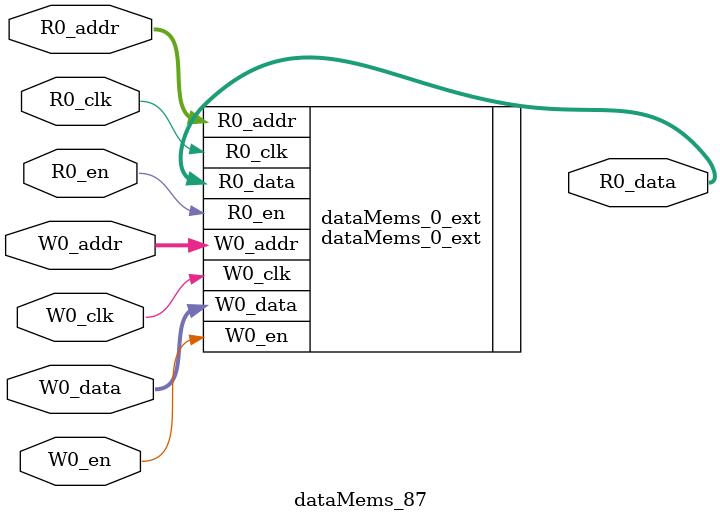
<source format=sv>
`ifndef RANDOMIZE
  `ifdef RANDOMIZE_REG_INIT
    `define RANDOMIZE
  `endif // RANDOMIZE_REG_INIT
`endif // not def RANDOMIZE
`ifndef RANDOMIZE
  `ifdef RANDOMIZE_MEM_INIT
    `define RANDOMIZE
  `endif // RANDOMIZE_MEM_INIT
`endif // not def RANDOMIZE

`ifndef RANDOM
  `define RANDOM $random
`endif // not def RANDOM

// Users can define 'PRINTF_COND' to add an extra gate to prints.
`ifndef PRINTF_COND_
  `ifdef PRINTF_COND
    `define PRINTF_COND_ (`PRINTF_COND)
  `else  // PRINTF_COND
    `define PRINTF_COND_ 1
  `endif // PRINTF_COND
`endif // not def PRINTF_COND_

// Users can define 'ASSERT_VERBOSE_COND' to add an extra gate to assert error printing.
`ifndef ASSERT_VERBOSE_COND_
  `ifdef ASSERT_VERBOSE_COND
    `define ASSERT_VERBOSE_COND_ (`ASSERT_VERBOSE_COND)
  `else  // ASSERT_VERBOSE_COND
    `define ASSERT_VERBOSE_COND_ 1
  `endif // ASSERT_VERBOSE_COND
`endif // not def ASSERT_VERBOSE_COND_

// Users can define 'STOP_COND' to add an extra gate to stop conditions.
`ifndef STOP_COND_
  `ifdef STOP_COND
    `define STOP_COND_ (`STOP_COND)
  `else  // STOP_COND
    `define STOP_COND_ 1
  `endif // STOP_COND
`endif // not def STOP_COND_

// Users can define INIT_RANDOM as general code that gets injected into the
// initializer block for modules with registers.
`ifndef INIT_RANDOM
  `define INIT_RANDOM
`endif // not def INIT_RANDOM

// If using random initialization, you can also define RANDOMIZE_DELAY to
// customize the delay used, otherwise 0.002 is used.
`ifndef RANDOMIZE_DELAY
  `define RANDOMIZE_DELAY 0.002
`endif // not def RANDOMIZE_DELAY

// Define INIT_RANDOM_PROLOG_ for use in our modules below.
`ifndef INIT_RANDOM_PROLOG_
  `ifdef RANDOMIZE
    `ifdef VERILATOR
      `define INIT_RANDOM_PROLOG_ `INIT_RANDOM
    `else  // VERILATOR
      `define INIT_RANDOM_PROLOG_ `INIT_RANDOM #`RANDOMIZE_DELAY begin end
    `endif // VERILATOR
  `else  // RANDOMIZE
    `define INIT_RANDOM_PROLOG_
  `endif // RANDOMIZE
`endif // not def INIT_RANDOM_PROLOG_

// Include register initializers in init blocks unless synthesis is set
`ifndef SYNTHESIS
  `ifndef ENABLE_INITIAL_REG_
    `define ENABLE_INITIAL_REG_
  `endif // not def ENABLE_INITIAL_REG_
`endif // not def SYNTHESIS

// Include rmemory initializers in init blocks unless synthesis is set
`ifndef SYNTHESIS
  `ifndef ENABLE_INITIAL_MEM_
    `define ENABLE_INITIAL_MEM_
  `endif // not def ENABLE_INITIAL_MEM_
`endif // not def SYNTHESIS

module dataMems_87(	// @[generators/ara/src/main/scala/UnsafeAXI4ToTL.scala:365:62]
  input  [4:0]  R0_addr,
  input         R0_en,
  input         R0_clk,
  output [66:0] R0_data,
  input  [4:0]  W0_addr,
  input         W0_en,
  input         W0_clk,
  input  [66:0] W0_data
);

  dataMems_0_ext dataMems_0_ext (	// @[generators/ara/src/main/scala/UnsafeAXI4ToTL.scala:365:62]
    .R0_addr (R0_addr),
    .R0_en   (R0_en),
    .R0_clk  (R0_clk),
    .R0_data (R0_data),
    .W0_addr (W0_addr),
    .W0_en   (W0_en),
    .W0_clk  (W0_clk),
    .W0_data (W0_data)
  );
endmodule


</source>
